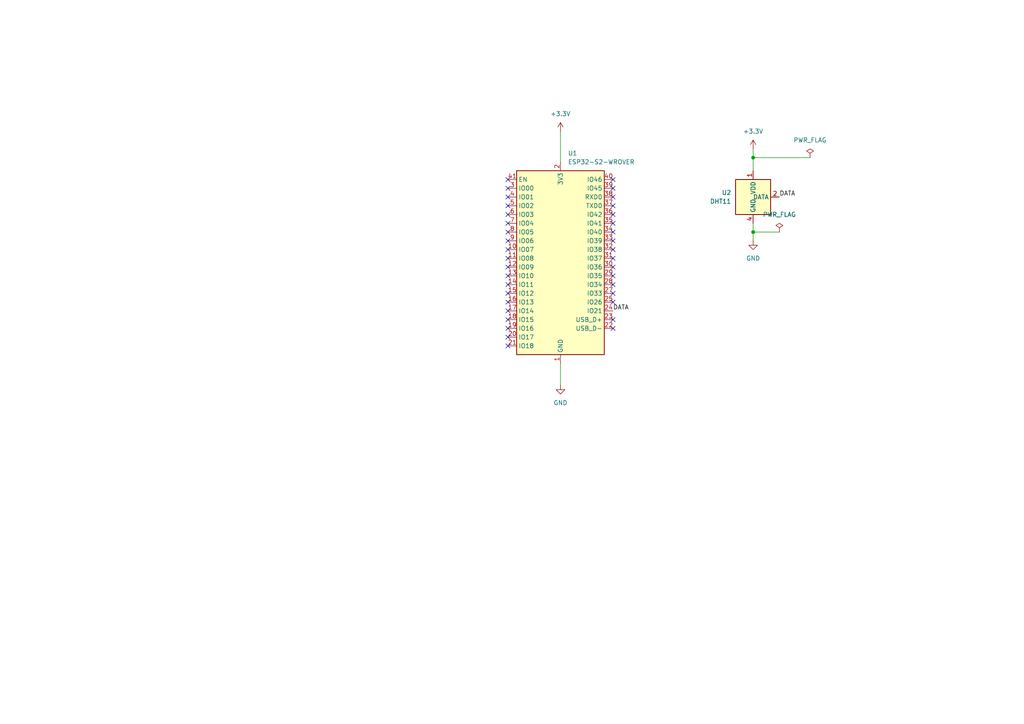
<source format=kicad_sch>
(kicad_sch (version 20250114) (generator "eeschema") (generator_version "9.0")
  (paper "A4")
  (lib_symbols
    (symbol "RF_Module:ESP32-S2-WROVER"
      (property "Reference" "U" (at -12.7 29.21 0))
      (property "Value" "ESP32-S2-WROVER" (at 2.54 29.21 0))
      (symbol "ESP32-S2-WROVER_0_1"
        (rectangle (start -12.7 27.94) (end 12.7 -25.4) (stroke (width 0.254)) (fill (type background)))
      )
      (symbol "ESP32-S2-WROVER_1_1"
        (pin input line (at -15.24 25.4 0) (length 2.54) (name "EN") (number "41"))
        (pin bidirectional line (at -15.24 22.86 0) (length 2.54) (name "IO00") (number "3"))
        (pin bidirectional line (at -15.24 20.32 0) (length 2.54) (name "IO01") (number "4"))
        (pin bidirectional line (at -15.24 17.78 0) (length 2.54) (name "IO02") (number "5"))
        (pin bidirectional line (at -15.24 15.24 0) (length 2.54) (name "IO03") (number "6"))
        (pin bidirectional line (at -15.24 12.7 0) (length 2.54) (name "IO04") (number "7"))
        (pin bidirectional line (at -15.24 10.16 0) (length 2.54) (name "IO05") (number "8"))
        (pin bidirectional line (at -15.24 7.62 0) (length 2.54) (name "IO06") (number "9"))
        (pin bidirectional line (at -15.24 5.08 0) (length 2.54) (name "IO07") (number "10"))
        (pin bidirectional line (at -15.24 2.54 0) (length 2.54) (name "IO08") (number "11"))
        (pin bidirectional line (at -15.24 0 0) (length 2.54) (name "IO09") (number "12"))
        (pin bidirectional line (at -15.24 -2.54 0) (length 2.54) (name "IO10") (number "13"))
        (pin bidirectional line (at -15.24 -5.08 0) (length 2.54) (name "IO11") (number "14"))
        (pin bidirectional line (at -15.24 -7.62 0) (length 2.54) (name "IO12") (number "15"))
        (pin bidirectional line (at -15.24 -10.16 0) (length 2.54) (name "IO13") (number "16"))
        (pin bidirectional line (at -15.24 -12.7 0) (length 2.54) (name "IO14") (number "17"))
        (pin bidirectional line (at -15.24 -15.24 0) (length 2.54) (name "IO15") (number "18"))
        (pin bidirectional line (at -15.24 -17.78 0) (length 2.54) (name "IO16") (number "19"))
        (pin bidirectional line (at -15.24 -20.32 0) (length 2.54) (name "IO17") (number "20"))
        (pin bidirectional line (at -15.24 -22.86 0) (length 2.54) (name "IO18") (number "21"))
        (pin power_in line (at 0 30.48 270) (length 2.54) (name "3V3") (number "2"))
        (pin power_in line (at 0 -27.94 90) (length 2.54) (name "GND") (number "1"))
        (pin passive line (at 0 -27.94 90) (length 2.54) (hide yes) (name "GND") (number "26"))
        (pin passive line (at 0 -27.94 90) (length 2.54) (hide yes) (name "GND") (number "42"))
        (pin passive line (at 0 -27.94 90) (length 2.54) (hide yes) (name "GND") (number "43"))
        (pin input line (at 15.24 25.4 180) (length 2.54) (name "IO46") (number "40"))
        (pin bidirectional line (at 15.24 22.86 180) (length 2.54) (name "IO45") (number "39"))
        (pin bidirectional line (at 15.24 20.32 180) (length 2.54) (name "RXD0") (number "38"))
        (pin bidirectional line (at 15.24 17.78 180) (length 2.54) (name "TXD0") (number "37"))
        (pin bidirectional line (at 15.24 15.24 180) (length 2.54) (name "IO42") (number "36"))
        (pin bidirectional line (at 15.24 12.7 180) (length 2.54) (name "IO41") (number "35"))
        (pin bidirectional line (at 15.24 10.16 180) (length 2.54) (name "IO40") (number "34"))
        (pin bidirectional line (at 15.24 7.62 180) (length 2.54) (name "IO39") (number "33"))
        (pin bidirectional line (at 15.24 5.08 180) (length 2.54) (name "IO38") (number "32"))
        (pin bidirectional line (at 15.24 2.54 180) (length 2.54) (name "IO37") (number "31"))
        (pin bidirectional line (at 15.24 0 180) (length 2.54) (name "IO36") (number "30"))
        (pin bidirectional line (at 15.24 -2.54 180) (length 2.54) (name "IO35") (number "29"))
        (pin bidirectional line (at 15.24 -5.08 180) (length 2.54) (name "IO34") (number "28"))
        (pin bidirectional line (at 15.24 -7.62 180) (length 2.54) (name "IO33") (number "27"))
        (pin bidirectional line (at 15.24 -10.16 180) (length 2.54) (name "IO26") (number "25"))
        (pin bidirectional line (at 15.24 -12.7 180) (length 2.54) (name "IO21") (number "24"))
        (pin bidirectional line (at 15.24 -15.24 180) (length 2.54) (name "USB_D+") (number "23"))
        (pin bidirectional line (at 15.24 -17.78 180) (length 2.54) (name "USB_D-") (number "22"))
      )
    )
    (symbol "Sensor:DHT11"
      (property "Reference" "U" (at -3.81 6.35 0))
      (property "Value" "DHT11" (at 3.81 6.35 0))
      (symbol "DHT11_0_1"
        (rectangle (start -5.08 5.08) (end 5.08 -5.08) (stroke (width 0.254)) (fill (type background)))
      )
      (symbol "DHT11_1_1"
        (pin no_connect line (at -5.08 0 0) (length 2.54) (hide yes) (name "NC") (number "3"))
        (pin power_in line (at 0 7.62 270) (length 2.54) (name "VDD") (number "1"))
        (pin power_in line (at 0 -7.62 90) (length 2.54) (name "GND") (number "4"))
        (pin bidirectional line (at 7.62 0 180) (length 2.54) (name "DATA") (number "2"))
      )
    )
    (symbol "power:+3.3V" (power) (pin_numbers (hide yes)) (pin_names (offset 0) (hide yes))
      (property "Value" "+3.3V" (at 0 3.556 0))
      (symbol "+3.3V_0_1"
        (polyline (pts (xy -0.762 1.27) (xy 0 2.54)))
        (polyline (pts (xy 0 2.54) (xy 0.762 1.27)))
        (polyline (pts (xy 0 0) (xy 0 2.54)))
      )
      (symbol "+3.3V_1_1"
        (pin power_in line (at 0 0 90) (length 0) (name "~") (number "1"))
      )
    )
    (symbol "power:GND" (power) (pin_numbers (hide yes)) (pin_names (offset 0) (hide yes))
      (property "Value" "GND" (at 0 -3.81 0))
      (symbol "GND_0_1"
        (polyline (pts (xy 0 0) (xy 0 -1.27) (xy 1.27 -1.27) (xy 0 -2.54) (xy -1.27 -1.27) (xy 0 -1.27)))
      )
      (symbol "GND_1_1"
        (pin power_in line (at 0 0 270) (length 0) (name "~") (number "1"))
      )
    )
    (symbol "power:PWR_FLAG" (power) (pin_numbers (hide yes)) (pin_names (offset 0) (hide yes))
      (property "Value" "PWR_FLAG" (at 0 3.81 0))
      (symbol "PWR_FLAG_0_0"
        (pin power_out line (at 0 0 90) (length 0) (name "~") (number "1"))
      )
      (symbol "PWR_FLAG_0_1"
        (polyline (pts (xy 0 0) (xy 0 1.27) (xy -1.016 1.905) (xy 0 2.54) (xy 1.016 1.905) (xy 0 1.27)))
      )
    )
  )
  (junction (at 218.44 45.72))
  (junction (at 218.44 67.31))
  (no_connect (at 147.32 74.93))
  (no_connect (at 147.32 69.85))
  (no_connect (at 177.8 74.93))
  (no_connect (at 177.8 69.85))
  (no_connect (at 177.8 72.39))
  (no_connect (at 177.8 87.63))
  (no_connect (at 147.32 72.39))
  (no_connect (at 177.8 62.23))
  (no_connect (at 177.8 77.47))
  (no_connect (at 177.8 85.09))
  (no_connect (at 147.32 87.63))
  (no_connect (at 147.32 64.77))
  (no_connect (at 147.32 92.71))
  (no_connect (at 177.8 80.01))
  (no_connect (at 147.32 57.15))
  (no_connect (at 177.8 64.77))
  (no_connect (at 177.8 95.25))
  (no_connect (at 177.8 67.31))
  (no_connect (at 147.32 80.01))
  (no_connect (at 147.32 62.23))
  (no_connect (at 147.32 52.07))
  (no_connect (at 147.32 59.69))
  (no_connect (at 177.8 92.71))
  (no_connect (at 177.8 59.69))
  (no_connect (at 147.32 85.09))
  (no_connect (at 147.32 67.31))
  (no_connect (at 147.32 95.25))
  (no_connect (at 147.32 97.79))
  (no_connect (at 177.8 52.07))
  (no_connect (at 147.32 82.55))
  (no_connect (at 177.8 57.15))
  (no_connect (at 147.32 100.33))
  (no_connect (at 147.32 77.47))
  (no_connect (at 177.8 82.55))
  (no_connect (at 177.8 54.61))
  (no_connect (at 147.32 54.61))
  (no_connect (at 147.32 90.17))
  (wire (pts (xy 218.44 45.72) (xy 218.44 49.53)))
  (wire (pts (xy 218.44 43.18) (xy 218.44 45.72)))
  (wire (pts (xy 218.44 64.77) (xy 218.44 67.31)))
  (wire (pts (xy 162.56 105.41) (xy 162.56 111.76)))
  (wire (pts (xy 218.44 45.72) (xy 234.95 45.72)))
  (wire (pts (xy 218.44 67.31) (xy 218.44 69.85)))
  (wire (pts (xy 162.56 38.1) (xy 162.56 46.99)))
  (wire (pts (xy 218.44 67.31) (xy 226.06 67.31)))
  (label "DATA" (at 226.06 57.15 0))
  (label "DATA" (at 177.8 90.17 0))
  (symbol (lib_id "Sensor:DHT11") (at 218.44 57.15 0) (unit 1)
    (property "Reference" "U2" (at 212.09 55.8799 0) (effects (justify right)))
    (property "Value" "DHT11" (at 212.09 58.4199 0) (effects (justify right)))
    (property "Footprint" "Sensor:Aosong_DHT11_5.5x12.0_P2.54mm" (effects (hide yes)))
    (property "Datasheet" "http://akizukidenshi.com/download/ds/aosong/DHT11.pdf" (effects (hide yes)))
    (property "Description" "3.3V to 5.5V, temperature and humidity module, DHT11" (effects (hide yes)))
  )
  (symbol (lib_id "RF_Module:ESP32-S2-WROVER") (at 162.56 77.47 0) (unit 1)
    (property "Reference" "U1" (at 164.7033 44.45 0) (effects (justify left)))
    (property "Value" "ESP32-S2-WROVER" (at 164.7033 46.99 0) (effects (justify left)))
    (property "Footprint" "RF_Module:ESP32-S2-WROVER" (effects (hide yes)))
    (property "Datasheet" "https://www.espressif.com/sites/default/files/documentation/esp32-s2-wroom_esp32-s2-wroom-i_datasheet_en.pdf" (effects (hide yes)))
    (property "Description" "RF Module, ESP32-D0WDQ6 SoC, Wi-Fi 802.11b/g/n, 32-bit, 2.7-3.6V, onboard antenna, SMD" (effects (hide yes)))
  )
  (symbol (lib_id "power:PWR_FLAG") (at 234.95 45.72 0) (unit 1)
    (property "Reference" "#FLG04" (effects (hide yes)))
    (property "Value" "PWR_FLAG" (at 234.95 40.64 0))
    (property "Description" "Special symbol for telling ERC where power comes from" (effects (hide yes)))
  )
  (symbol (lib_id "power:+3.3V") (at 218.44 43.18 0) (unit 1)
    (property "Reference" "#PWR04" (effects (hide yes)))
    (property "Value" "+3.3V" (at 218.44 38.1 0))
    (property "Description" "Power symbol creates a global label with name \"+3.3V\"" (effects (hide yes)))
  )
  (symbol (lib_id "power:GND") (at 218.44 69.85 0) (unit 1)
    (property "Reference" "#PWR03" (effects (hide yes)))
    (property "Value" "GND" (at 218.44 74.93 0))
    (property "Description" "Power symbol creates a global label with name \"GND\" , ground" (effects (hide yes)))
  )
  (symbol (lib_id "power:+3.3V") (at 162.56 38.1 0) (unit 1)
    (property "Reference" "#PWR02" (effects (hide yes)))
    (property "Value" "+3.3V" (at 162.56 33.02 0))
    (property "Description" "Power symbol creates a global label with name \"+3.3V\"" (effects (hide yes)))
  )
  (symbol (lib_id "power:PWR_FLAG") (at 226.06 67.31 0) (unit 1)
    (property "Reference" "#FLG03" (effects (hide yes)))
    (property "Value" "PWR_FLAG" (at 226.06 62.23 0))
    (property "Description" "Special symbol for telling ERC where power comes from" (effects (hide yes)))
  )
  (symbol (lib_id "power:GND") (at 162.56 111.76 0) (unit 1)
    (property "Reference" "#PWR01" (effects (hide yes)))
    (property "Value" "GND" (at 162.56 116.84 0))
    (property "Description" "Power symbol creates a global label with name \"GND\" , ground" (effects (hide yes)))
  )
)
</source>
